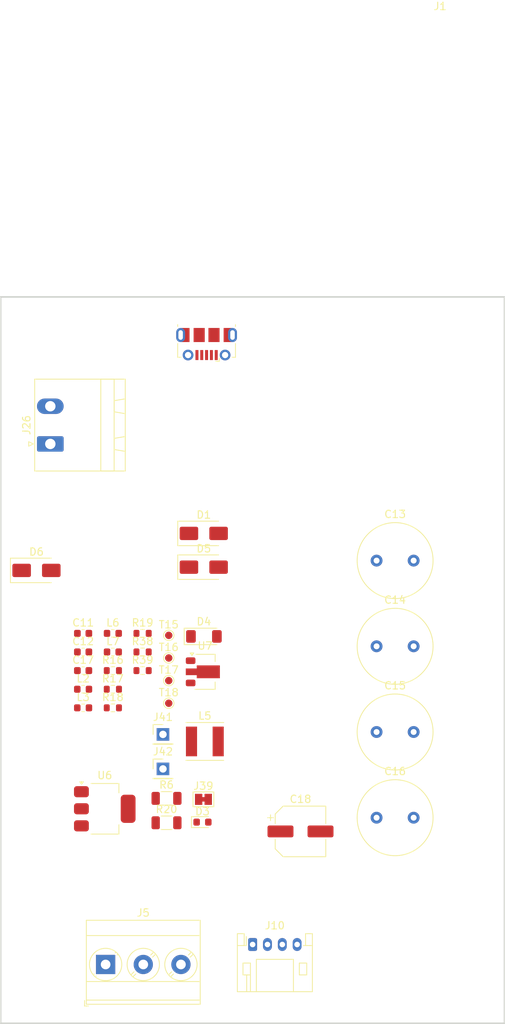
<source format=kicad_pcb>
(kicad_pcb (version 20240108) (generator "pcbnew") (generator_version "8.0")
  (title_block (title "PCB Weather station") (date "2024-11-10") (rev "1.0") (company "CREPP") (comment 1 "By NLG"))
  (layers (0 "F.Cu" signal) (31 "B.Cu" signal) (34 "B.Paste" user) (35 "F.Paste" user) (36 "B.SilkS" user "B.Silkscreen") (37 "F.SilkS" user "F.Silkscreen") (38 "B.Mask" user) (39 "F.Mask" user) (44 "Edge.Cuts" user))
  (net 0 "")
  (net 7 "Net-(D1-K)")
  (net 8 "/Power/GND")
  (net 16 "Net-(D4-K)")
  (net 17 "Net-(D5-K)")
  (net 18 "/Power/+3.3V")
  (net 19 "/Power/+5V_USB")
  (net 20 "Net-(D3-A)")
  (net 21 "Net-(D5-A)")
  (net 22 "Net-(D6-A)")
  (net 23 "/Power/Vcap")
  (net 24 "/Power/+3.3V_RF")
  (net 25 "/Power/GND_RF")
  (net 26 "/Power/GND_GNSS")
  (net 27 "/Power/+3.3V_Sensors")
  (net 28 "/Power/+3.3V_MCU")
  (net 29 "Net-(U6-ADJ)")
  (net 30 "Net-(R18-Pad1)")
  (net 31 "/Power/V_{panel}")
  (footprint "Capacitor_THT:C_Radial_D10.0mm_H20.0mm_P5.00mm" (layer "F.Cu") (at 178.4096 74.3388)
    (property "Reference" "C14" (at 2.5 -6.25 0) (layer "F.SilkS"))
    (property "Value" "5F")
    (fp_circle (center 2.5 0) (end 7.62 0) (stroke (width 0.12)) (fill none) (layer "F.SilkS"))
    (pad "1" thru_hole circle (at 0 0) (size 1.6 1.6) (drill 0.8) (layers "*.Cu" "*.Mask") (net 17 "Net-(D5-K)"))
    (pad "2" thru_hole circle (at 5 0) (size 1.6 1.6) (drill 0.8) (layers "*.Cu" "*.Mask") (net 8 "/Power/GND"))
  )
  (footprint "TestPoint:TestPoint_Pad_D1.0mm" (layer "F.Cu") (at 150.374 72.8632)
    (property "Reference" "T15" (at 0 -1.448 0) (layer "F.SilkS"))
    (property "Value" "TP")
    (fp_circle (center 0 0) (end 0 0.7) (stroke (width 0.12)) (fill none) (layer "F.SilkS"))
    (pad "1" smd circle (at 0 0) (size 1 1) (layers "F.Cu" "F.Mask") (net 7 "Net-(D1-K)"))
  )
  (footprint "Diode_SMD:D_MiniMELF" (layer "F.Cu") (at 155.119 73.0082)
    (property "Reference" "D4" (at 0 -2 0) (layer "F.SilkS"))
    (property "Value" "D_Zener")
    (fp_line (start -2.66 -1.11) (end -2.66 1.11) (stroke (width 0.12)) (layer "F.SilkS"))
    (fp_line (start -2.66 1.11) (end 1.75 1.11) (stroke (width 0.12)) (layer "F.SilkS"))
    (fp_line (start 1.75 -1.11) (end -2.66 -1.11) (stroke (width 0.12)) (layer "F.SilkS"))
    (pad "1" smd roundrect (at -1.75 0) (size 1.3 1.7) (layers "F.Cu" "F.Paste" "F.Mask") (roundrect_rratio 0.1923076923) (net 16 "Net-(D4-K)"))
    (pad "2" smd roundrect (at 1.75 0) (size 1.3 1.7) (layers "F.Cu" "F.Paste" "F.Mask") (roundrect_rratio 0.1923076923) (net 8 "/Power/GND"))
  )
  (footprint "Capacitor_SMD:C_0603_1608Metric" (layer "F.Cu") (at 138.824 72.5932)
    (property "Reference" "C11" (at 0 -1.43 0) (layer "F.SilkS"))
    (property "Value" "2.2uF")
    (fp_line (start -0.14058 -0.51) (end 0.14058 -0.51) (stroke (width 0.12)) (layer "F.SilkS"))
    (fp_line (start -0.14058 0.51) (end 0.14058 0.51) (stroke (width 0.12)) (layer "F.SilkS"))
    (pad "1" smd roundrect (at -0.775 0) (size 0.9 0.95) (layers "F.Cu" "F.Paste" "F.Mask") (net 8 "/Power/GND"))
    (pad "2" smd roundrect (at 0.775 0) (size 0.9 0.95) (layers "F.Cu" "F.Paste" "F.Mask") (net 7 "Net-(D1-K)"))
  )
  (footprint "Resistor_SMD:R_1206_3216Metric" (layer "F.Cu") (at 150.074 98.1232)
    (property "Reference" "R20" (at 0 -1.82 0) (layer "F.SilkS"))
    (property "Value" "100")
    (fp_line (start -0.727064 -0.91) (end 0.727064 -0.91) (stroke (width 0.12)) (layer "F.SilkS"))
    (fp_line (start -0.727064 0.91) (end 0.727064 0.91) (stroke (width 0.12)) (layer "F.SilkS"))
    (pad "1" smd roundrect (at -1.4625 0) (size 1.125 1.75) (layers "F.Cu" "F.Paste" "F.Mask") (roundrect_rratio 0.222222) (net 16 "Net-(D4-K)"))
    (pad "2" smd roundrect (at 1.4625 0) (size 1.125 1.75) (layers "F.Cu" "F.Paste" "F.Mask") (roundrect_rratio 0.222222) (net 21 "Net-(D5-A)"))
  )
  (footprint "Capacitor_THT:C_Radial_D10.0mm_H20.0mm_P5.00mm" (layer "F.Cu") (at 178.4096 97.4388)
    (property "Reference" "C16" (at 2.5 -6.25 0) (layer "F.SilkS"))
    (property "Value" "5F")
    (fp_circle (center 2.5 0) (end 7.62 0) (stroke (width 0.12)) (fill none) (layer "F.SilkS"))
    (pad "1" thru_hole circle (at 0 0) (size 1.6 1.6) (drill 0.8) (layers "*.Cu" "*.Mask") (net 17 "Net-(D5-K)"))
    (pad "2" thru_hole circle (at 5 0) (size 1.6 1.6) (drill 0.8) (layers "*.Cu" "*.Mask") (net 8 "/Power/GND"))
  )
  (footprint "Package_TO_SOT_SMD:SOT-223-3_TabPin2" (layer "F.Cu") (at 141.744 96.2382)
    (property "Reference" "U6" (at 0 -4.5 0) (layer "F.SilkS"))
    (property "Value" "LM317_SOT-223")
    (fp_line (start -1.85 -3.41) (end 1.91 -3.41) (stroke (width 0.12)) (layer "F.SilkS"))
    (fp_line (start -1.85 3.41) (end 1.91 3.41) (stroke (width 0.12)) (layer "F.SilkS"))
    (fp_line (start 1.91 -3.41) (end 1.91 -2.15) (stroke (width 0.12)) (layer "F.SilkS"))
    (fp_line (start 1.91 3.41) (end 1.91 2.15) (stroke (width 0.12)) (layer "F.SilkS"))
    (fp_poly (pts (xy -3.13 -3.31) (xy -3.37 -3.64) (xy -2.89 -3.64) (xy -3.13 -3.31)) (stroke (width 0.12)) (fill solid) (layer "F.SilkS"))
    (pad "1" smd roundrect (at -3.15 -2.3) (size 2 1.5) (layers "F.Cu" "F.Paste" "F.Mask") (net 29 "Net-(U6-ADJ)"))
    (pad "2" smd roundrect (at -3.15 0) (size 2 1.5) (layers "F.Cu" "F.Paste" "F.Mask") (net 16 "Net-(D4-K)"))
    (pad "2" smd roundrect (at 3.15 0) (size 2 3.8) (layers "F.Cu" "F.Paste" "F.Mask") (net 16 "Net-(D4-K)"))
    (pad "3" smd roundrect (at -3.15 2.3) (size 2 1.5) (layers "F.Cu" "F.Paste" "F.Mask") (net 7 "Net-(D1-K)"))
  )
  (footprint "Capacitor_SMD:C_0603_1608Metric" (layer "F.Cu") (at 138.824 77.6132)
    (property "Reference" "C17" (at 0 -1.43 0) (layer "F.SilkS"))
    (property "Value" "47uF")
    (fp_line (start -0.14058 -0.51) (end 0.14058 -0.51) (stroke (width 0.12)) (layer "F.SilkS"))
    (fp_line (start -0.14058 0.51) (end 0.14058 0.51) (stroke (width 0.12)) (layer "F.SilkS"))
    (pad "1" smd roundrect (at -0.775 0) (size 0.9 0.95) (layers "F.Cu" "F.Paste" "F.Mask") (net 8 "/Power/GND"))
    (pad "2" smd roundrect (at 0.775 0) (size 0.9 0.95) (layers "F.Cu" "F.Paste" "F.Mask") (net 17 "Net-(D5-K)"))
  )
  (footprint "Inductor_SMD:L_0603_1608Metric" (layer "F.Cu") (at 142.834 72.5932)
    (property "Reference" "L6" (at 0 -1.43 0) (layer "F.SilkS"))
    (property "Value" "MPZ1608S101ATAH0")
    (fp_line (start -0.162779 -0.51) (end 0.162779 -0.51) (stroke (width 0.12)) (layer "F.SilkS"))
    (fp_line (start -0.162779 0.51) (end 0.162779 0.51) (stroke (width 0.12)) (layer "F.SilkS"))
    (pad "1" smd roundrect (at -0.7875 0) (size 0.875 0.95) (layers "F.Cu" "F.Paste" "F.Mask") (net 24 "/Power/+3.3V_RF"))
    (pad "2" smd roundrect (at 0.7875 0) (size 0.875 0.95) (layers "F.Cu" "F.Paste" "F.Mask") (net 27 "/Power/+3.3V_Sensors"))
  )
  (footprint "Resistor_SMD:R_0603_1608Metric" (layer "F.Cu") (at 142.834 80.1232)
    (property "Reference" "R17" (at 0 -1.43 0) (layer "F.SilkS"))
    (property "Value" "270")
    (fp_line (start -0.237258 -0.5225) (end 0.237258 -0.5225) (stroke (width 0.12)) (layer "F.SilkS"))
    (fp_line (start -0.237258 0.5225) (end 0.237258 0.5225) (stroke (width 0.12)) (layer "F.SilkS"))
    (pad "1" smd roundrect (at -0.825 0) (size 0.8 0.95) (layers "F.Cu" "F.Paste" "F.Mask") (net 29 "Net-(U6-ADJ)"))
    (pad "2" smd roundrect (at 0.825 0) (size 0.8 0.95) (layers "F.Cu" "F.Paste" "F.Mask") (net 16 "Net-(D4-K)"))
  )
  (footprint "Resistor_SMD:R_0603_1608Metric" (layer "F.Cu") (at 142.834 82.6332)
    (property "Reference" "R18" (at 0 -1.43 0) (layer "F.SilkS"))
    (property "Value" "0")
    (fp_line (start -0.237258 -0.5225) (end 0.237258 -0.5225) (stroke (width 0.12)) (layer "F.SilkS"))
    (fp_line (start -0.237258 0.5225) (end 0.237258 0.5225) (stroke (width 0.12)) (layer "F.SilkS"))
    (pad "1" smd roundrect (at -0.825 0) (size 0.8 0.95) (layers "F.Cu" "F.Paste" "F.Mask") (net 30 "Net-(R18-Pad1)"))
    (pad "2" smd roundrect (at 0.825 0) (size 0.8 0.95) (layers "F.Cu" "F.Paste" "F.Mask") (net 16 "Net-(D4-K)"))
  )
  (footprint "MountingHole:MountingHole_3.2mm_M3" (layer "F.Cu") (at 131.5466 30.607)
    (property "Reference" "H2" (hide yes))
    (property "Value" "MountingHole_Pad" (hide yes))
    (pad "" np_thru_hole circle (at 0 0) (size 3.2 3.2) (drill 3.2) (layers "*.Cu" "*.Mask"))
  )
  (footprint "Resistor_SMD:R_0603_1608Metric" (layer "F.Cu") (at 146.844 72.5932)
    (property "Reference" "R19" (at 0 -1.43 0) (layer "F.SilkS"))
    (property "Value" "330")
    (fp_line (start -0.237258 -0.5225) (end 0.237258 -0.5225) (stroke (width 0.12)) (layer "F.SilkS"))
    (fp_line (start -0.237258 0.5225) (end 0.237258 0.5225) (stroke (width 0.12)) (layer "F.SilkS"))
    (pad "1" smd roundrect (at -0.825 0) (size 0.8 0.95) (layers "F.Cu" "F.Paste" "F.Mask") (net 20 "Net-(D3-A)"))
    (pad "2" smd roundrect (at 0.825 0) (size 0.8 0.95) (layers "F.Cu" "F.Paste" "F.Mask") (net 30 "Net-(R18-Pad1)"))
  )
  (footprint "Inductor_SMD:L_0603_1608Metric" (layer "F.Cu") (at 138.824 82.6332)
    (property "Reference" "L3" (at 0 -1.43 0) (layer "F.SilkS"))
    (property "Value" "MPZ1608S101ATAH0")
    (fp_line (start -0.162779 -0.51) (end 0.162779 -0.51) (stroke (width 0.12)) (layer "F.SilkS"))
    (fp_line (start -0.162779 0.51) (end 0.162779 0.51) (stroke (width 0.12)) (layer "F.SilkS"))
    (pad "1" smd roundrect (at -0.7875 0) (size 0.875 0.95) (layers "F.Cu" "F.Paste" "F.Mask") (net 8 "/Power/GND"))
    (pad "2" smd roundrect (at 0.7875 0) (size 0.875 0.95) (layers "F.Cu" "F.Paste" "F.Mask") (net 26 "/Power/GND_GNSS"))
  )
  (footprint "Resistor_SMD:R_0603_1608Metric" (layer "F.Cu") (at 146.844 77.6132)
    (property "Reference" "R39" (at 0 -1.43 0) (layer "F.SilkS"))
    (property "Value" "100k")
    (fp_line (start -0.237258 -0.5225) (end 0.237258 -0.5225) (stroke (width 0.12)) (layer "F.SilkS"))
    (fp_line (start -0.237258 0.5225) (end 0.237258 0.5225) (stroke (width 0.12)) (layer "F.SilkS"))
    (pad "1" smd roundrect (at -0.825 0) (size 0.8 0.95) (layers "F.Cu" "F.Paste" "F.Mask") (net 31 "/Power/V_{panel}"))
    (pad "2" smd roundrect (at 0.825 0) (size 0.8 0.95) (layers "F.Cu" "F.Paste" "F.Mask") (net 8 "/Power/GND"))
  )
  (footprint "Connector_Phoenix_MSTB:PhoenixContact_MSTBA_2,5_2-G-5,08_1x02_P5.08mm_Horizontal" (layer "F.Cu") (at 134.3985 47.0662 90)
    (property "Reference" "J26" (at 2.54 -3.2 270) (layer "F.SilkS"))
    (property "Value" "Panel")
    (fp_line (start 0.3 -2.91) (end 0 -2.31) (stroke (width 0.12)) (layer "F.SilkS"))
    (fp_line (start -0.3 -2.91) (end 0.3 -2.91) (stroke (width 0.12)) (layer "F.SilkS"))
    (fp_line (start 0 -2.31) (end -0.3 -2.91) (stroke (width 0.12)) (layer "F.SilkS"))
    (fp_line (start 8.73 -2.11) (end -3.65 -2.11) (stroke (width 0.12)) (layer "F.SilkS"))
    (fp_line (start -3.65 -2.11) (end -3.65 10.11) (stroke (width 0.12)) (layer "F.SilkS"))
    (fp_line (start 8.73 6.81) (end 8.73 8.61) (stroke (width 0.12)) (layer "F.SilkS"))
    (fp_line (start -3.65 6.81) (end 8.73 6.81) (stroke (width 0.12)) (layer "F.SilkS"))
    (fp_line (start 8.73 8.61) (end -3.65 8.61) (stroke (width 0.12)) (layer "F.SilkS"))
    (fp_line (start 5.83 8.61) (end 4.33 8.61) (stroke (width 0.12)) (layer "F.SilkS"))
    (fp_line (start 4.33 8.61) (end 4.08 10.11) (stroke (width 0.12)) (layer "F.SilkS"))
    (fp_line (start 0.75 8.61) (end -0.75 8.61) (stroke (width 0.12)) (layer "F.SilkS"))
    (fp_line (start -0.75 8.61) (end -1 10.11) (stroke (width 0.12)) (layer "F.SilkS"))
    (fp_line (start -3.65 8.61) (end -3.65 6.81) (stroke (width 0.12)) (layer "F.SilkS"))
    (fp_line (start 8.73 10.11) (end 8.73 -2.11) (stroke (width 0.12)) (layer "F.SilkS"))
    (fp_line (start 6.08 10.11) (end 5.83 8.61) (stroke (width 0.12)) (layer "F.SilkS"))
    (fp_line (start 4.08 10.11) (end 6.08 10.11) (stroke (width 0.12)) (layer "F.SilkS"))
    (fp_line (start 1 10.11) (end 0.75 8.61) (stroke (width 0.12)) (layer "F.SilkS"))
    (fp_line (start -1 10.11) (end 1 10.11) (stroke (width 0.12)) (layer "F.SilkS"))
    (fp_line (start -3.65 10.11) (end 8.73 10.11) (stroke (width 0.12)) (layer "F.SilkS"))
    (pad "1" thru_hole roundrect (at 0 0 90) (size 2.08 3.6) (drill 1.4) (layers "*.Cu" "*.Mask") (roundrect_rratio 0.120192) (net 7 "Net-(D1-K)"))
    (pad "2" thru_hole oval (at 5.08 0 90) (size 2.08 3.6) (drill 1.4) (layers "*.Cu" "*.Mask") (net 8 "/Power/GND"))
  )
  (footprint "TestPoint:TestPoint_Pad_D1.0mm" (layer "F.Cu") (at 150.374 82.0132)
    (property "Reference" "T18" (at 0 -1.448 0) (layer "F.SilkS"))
    (property "Value" "TP")
    (fp_circle (center 0 0) (end 0 0.7) (stroke (width 0.12)) (fill none) (layer "F.SilkS"))
    (pad "1" smd circle (at 0 0) (size 1 1) (layers "F.Cu" "F.Mask") (net 24 "/Power/+3.3V_RF"))
  )
  (footprint "Package_TO_SOT_SMD:SOT-89-3" (layer "F.Cu") (at 155.274 77.7782)
    (property "Reference" "U7" (at 0 -3.5 0) (layer "F.SilkS"))
    (property "Value" "BL8530")
    (fp_line (start -1.22 -2.36) (end 1.36 -2.36) (stroke (width 0.12)) (layer "F.SilkS"))
    (fp_line (start 1.36 -1.38) (end 1.36 -2.36) (stroke (width 0.12)) (layer "F.SilkS"))
    (fp_line (start 1.36 1.38) (end 1.36 2.36) (stroke (width 0.12)) (layer "F.SilkS"))
    (fp_line (start 1.36 2.36) (end -1.36 2.36) (stroke (width 0.12)) (layer "F.SilkS"))
    (fp_poly (pts (xy -1.77 -2.21) (xy -2.01 -2.54) (xy -1.53 -2.54) (xy -1.77 -2.21)) (stroke (width 0.12)) (fill solid) (layer "F.SilkS"))
    (pad "1" smd roundrect (at -1.95 -1.5) (size 1.3 0.9) (layers "F.Cu" "F.Paste" "F.Mask") (net 8 "/Power/GND"))
    (pad "2" smd custom (at -1.8625 0) (size 1.475 0.9) (layers "F.Cu" "F.Paste" "F.Mask") (net 18 "/Power/+3.3V") (options (clearance outline) (anchor rect)) (primitives (gr_poly (pts (xy 3.8625 0.8665) (xy 0.7375 0.8665) (xy 0.7375 -0.8665) (xy 3.8625 -0.8665)) (width 0) (fill yes))))
    (pad "3" smd roundrect (at -1.95 1.5) (size 1.3 0.9) (layers "F.Cu" "F.Paste" "F.Mask") (net 22 "Net-(D6-A)"))
  )
  (footprint "Jumper:SolderJumper-2_P1.3mm_Bridged_Pad1.0x1.5mm" (layer "F.Cu") (at 155.054 94.9632)
    (property "Reference" "J39" (at 0 -1.8 0) (layer "F.SilkS"))
    (property "Value" "SolderJumper_2_Bridged")
    (fp_poly (pts (xy -0.25 -0.3) (xy 0.25 -0.3) (xy 0.25 0.3) (xy -0.25 0.3)) (fill solid) (layer "F.Cu"))
    (fp_line (start -1.4 -1) (end 1.4 -1) (stroke (width 0.12)) (layer "F.SilkS"))
    (fp_line (start -1.4 1) (end -1.4 -1) (stroke (width 0.12)) (layer "F.SilkS"))
    (fp_line (start 1.4 -1) (end 1.4 1) (stroke (width 0.12)) (layer "F.SilkS"))
    (fp_line (start 1.4 1) (end -1.4 1) (stroke (width 0.12)) (layer "F.SilkS"))
    (pad "1" smd rect (at -0.65 0) (size 1 1.5) (layers "F.Cu" "F.Mask") (net 17 "Net-(D5-K)"))
    (pad "2" smd rect (at 0.65 0) (size 1 1.5) (layers "F.Cu" "F.Mask") (net 23 "/Power/Vcap"))
  )
  (footprint "Capacitor_THT:C_Radial_D10.0mm_H20.0mm_P5.00mm" (layer "F.Cu") (at 178.4096 85.8888)
    (property "Reference" "C15" (at 2.5 -6.25 0) (layer "F.SilkS"))
    (property "Value" "5F")
    (fp_circle (center 2.5 0) (end 7.62 0) (stroke (width 0.12)) (fill none) (layer "F.SilkS"))
    (pad "1" thru_hole circle (at 0 0) (size 1.6 1.6) (drill 0.8) (layers "*.Cu" "*.Mask") (net 17 "Net-(D5-K)"))
    (pad "2" thru_hole circle (at 5 0) (size 1.6 1.6) (drill 0.8) (layers "*.Cu" "*.Mask") (net 8 "/Power/GND"))
  )
  (footprint "MountingHole:MountingHole_3.2mm_M3" (layer "F.Cu") (at 189.6872 118.999)
    (property "Reference" "H4" (hide yes))
    (property "Value" "MountingHole_Pad" (hide yes))
    (pad "" np_thru_hole circle (at 0 0) (size 3.2 3.2) (drill 3.2) (layers "*.Cu" "*.Mask"))
  )
  (footprint "Inductor_SMD:L_0603_1608Metric" (layer "F.Cu") (at 138.824 80.1232)
    (property "Reference" "L2" (at 0 -1.43 0) (layer "F.SilkS"))
    (property "Value" "MPZ1608S101ATAH0")
    (fp_line (start -0.162779 -0.51) (end 0.162779 -0.51) (stroke (width 0.12)) (layer "F.SilkS"))
    (fp_line (start -0.162779 0.51) (end 0.162779 0.51) (stroke (width 0.12)) (layer "F.SilkS"))
    (pad "1" smd roundrect (at -0.7875 0) (size 0.875 0.95) (layers "F.Cu" "F.Paste" "F.Mask") (net 8 "/Power/GND"))
    (pad "2" smd roundrect (at 0.7875 0) (size 0.875 0.95) (layers "F.Cu" "F.Paste" "F.Mask") (net 25 "/Power/GND_RF"))
  )
  (footprint "Capacitor_SMD:CP_Elec_6.3x7.7" (layer "F.Cu") (at 168.148 99.2886)
    (property "Reference" "C18" (at 0 -4.35 0) (layer "F.SilkS"))
    (property "Value" "100uF")
    (fp_line (start -4.4375 -1.8475) (end -3.65 -1.8475) (stroke (width 0.12)) (layer "F.SilkS"))
    (fp_line (start -4.04375 -2.24125) (end -4.04375 -1.45375) (stroke (width 0.12)) (layer "F.SilkS"))
    (fp_line (start -3.41 -2.345563) (end -3.41 -1.06) (stroke (width 0.12)) (layer "F.SilkS"))
    (fp_line (start -3.41 -2.345563) (end -2.345563 -3.41) (stroke (width 0.12)) (layer "F.SilkS"))
    (fp_line (start -3.41 2.345563) (end -3.41 1.06) (stroke (width 0.12)) (layer "F.SilkS"))
    (fp_line (start -3.41 2.345563) (end -2.345563 3.41) (stroke (width 0.12)) (layer "F.SilkS"))
    (fp_line (start -2.345563 -3.41) (end 3.41 -3.41) (stroke (width 0.12)) (layer "F.SilkS"))
    (fp_line (start -2.345563 3.41) (end 3.41 3.41) (stroke (width 0.12)) (layer "F.SilkS"))
    (fp_line (start 3.41 -3.41) (end 3.41 -1.06) (stroke (width 0.12)) (layer "F.SilkS"))
    (fp_line (start 3.41 3.41) (end 3.41 1.06) (stroke (width 0.12)) (layer "F.SilkS"))
    (pad "1" smd roundrect (at -2.7 0) (size 3.5 1.6) (layers "F.Cu" "F.Paste" "F.Mask") (roundrect_rratio 0.15625) (net 18 "/Power/+3.3V"))
    (pad "2" smd roundrect (at 2.7 0) (size 3.5 1.6) (layers "F.Cu" "F.Paste" "F.Mask") (roundrect_rratio 0.15625) (net 8 "/Power/GND"))
  )
  (footprint "Connector_PinHeader_2.54mm:PinHeader_1x01_P2.54mm_Vertical" (layer "F.Cu") (at 149.594 90.8632)
    (property "Reference" "J42" (at 0 -2.33 0) (layer "F.SilkS"))
    (property "Value" "Conn_01x01_Pin")
    (fp_line (start -1.33 -1.33) (end 0 -1.33) (stroke (width 0.12)) (layer "F.SilkS"))
    (fp_line (start -1.33 0) (end -1.33 -1.33) (stroke (width 0.12)) (layer "F.SilkS"))
    (fp_line (start -1.33 1.27) (end -1.33 1.33) (stroke (width 0.12)) (layer "F.SilkS"))
    (fp_line (start -1.33 1.27) (end 1.33 1.27) (stroke (width 0.12)) (layer "F.SilkS"))
    (fp_line (start -1.33 1.33) (end 1.33 1.33) (stroke (width 0.12)) (layer "F.SilkS"))
    (fp_line (start 1.33 1.27) (end 1.33 1.33) (stroke (width 0.12)) (layer "F.SilkS"))
    (pad "1" thru_hole rect (at 0 0) (size 1.7 1.7) (drill 1) (layers "*.Cu" "*.Mask") (net 24 "/Power/+3.3V_RF"))
  )
  (footprint "Diode_SMD:D_SMA" (layer "F.Cu") (at 155.099 63.6732)
    (property "Reference" "D5" (at 0 -2.5 0) (layer "F.SilkS"))
    (property "Value" "SS24")
    (fp_line (start -3.51 -1.65) (end -3.51 1.65) (stroke (width 0.12)) (layer "F.SilkS"))
    (fp_line (start -3.51 -1.65) (end 2 -1.65) (stroke (width 0.12)) (layer "F.SilkS"))
    (fp_line (start -3.51 1.65) (end 2 1.65) (stroke (width 0.12)) (layer "F.SilkS"))
    (pad "1" smd roundrect (at -2 0) (size 2.5 1.8) (layers "F.Cu" "F.Paste" "F.Mask") (roundrect_rratio 0.1388888889) (net 17 "Net-(D5-K)"))
    (pad "2" smd roundrect (at 2 0) (size 2.5 1.8) (layers "F.Cu" "F.Paste" "F.Mask") (roundrect_rratio 0.1388888889) (net 21 "Net-(D5-A)"))
  )
  (footprint "Inductor_SMD:L_Taiyo-Yuden_NR-50xx" (layer "F.Cu") (at 155.244 87.1632)
    (property "Reference" "L5" (at 0 -3.45 0) (layer "F.SilkS"))
    (property "Value" "33uH")
    (fp_line (start -2.55 -2.55) (end 2.55 -2.55) (stroke (width 0.12)) (layer "F.SilkS"))
    (fp_line (start -2.55 2.55) (end 2.55 2.55) (stroke (width 0.12)) (layer "F.SilkS"))
    (pad "1" smd rect (at -1.8 0) (size 1.5 4) (layers "F.Cu" "F.Paste" "F.Mask") (net 17 "Net-(D5-K)"))
    (pad "2" smd rect (at 1.8 0) (size 1.5 4) (layers "F.Cu" "F.Paste" "F.Mask") (net 22 "Net-(D6-A)"))
  )
  (footprint "Diode_SMD:D_SMA" (layer "F.Cu") (at 132.5306 64.1096)
    (property "Reference" "D6" (at 0 -2.5 0) (layer "F.SilkS"))
    (property "Value" "SS24")
    (fp_line (start -3.51 -1.65) (end -3.51 1.65) (stroke (width 0.12)) (layer "F.SilkS"))
    (fp_line (start -3.51 -1.65) (end 2 -1.65) (stroke (width 0.12)) (layer "F.SilkS"))
    (fp_line (start -3.51 1.65) (end 2 1.65) (stroke (width 0.12)) (layer "F.SilkS"))
    (pad "1" smd roundrect (at -2 0) (size 2.5 1.8) (layers "F.Cu" "F.Paste" "F.Mask") (roundrect_rratio 0.1388888889) (net 18 "/Power/+3.3V"))
    (pad "2" smd roundrect (at 2 0) (size 2.5 1.8) (layers "F.Cu" "F.Paste" "F.Mask") (roundrect_rratio 0.1388888889) (net 22 "Net-(D6-A)"))
  )
  (footprint "Resistor_SMD:R_0603_1608Metric" (layer "F.Cu") (at 142.834 77.6132)
    (property "Reference" "R16" (at 0 -1.43 0) (layer "F.SilkS"))
    (property "Value" "390")
    (fp_line (start -0.237258 -0.5225) (end 0.237258 -0.5225) (stroke (width 0.12)) (layer "F.SilkS"))
    (fp_line (start -0.237258 0.5225) (end 0.237258 0.5225) (stroke (width 0.12)) (layer "F.SilkS"))
    (pad "1" smd roundrect (at -0.825 0) (size 0.8 0.95) (layers "F.Cu" "F.Paste" "F.Mask") (net 8 "/Power/GND"))
    (pad "2" smd roundrect (at 0.825 0) (size 0.8 0.95) (layers "F.Cu" "F.Paste" "F.Mask") (net 29 "Net-(U6-ADJ)"))
  )
  (footprint "Connector_JST:JST_PH_S4B-PH-K_1x04_P2.00mm_Horizontal" (layer "F.Cu") (at 161.6908 114.5286)
    (property "Reference" "J10" (at 3 -2.55 0) (layer "F.SilkS"))
    (property "Value" "Conn_01x04_Pin")
    (fp_line (start -2.06 -1.46) (end -2.06 6.36) (stroke (width 0.12)) (layer "F.SilkS"))
    (fp_line (start -2.06 0.14) (end -1.14 0.14) (stroke (width 0.12)) (layer "F.SilkS"))
    (fp_line (start -2.06 6.36) (end 8.06 6.36) (stroke (width 0.12)) (layer "F.SilkS"))
    (fp_line (start -1.3 2.5) (end -1.3 4.1) (stroke (width 0.12)) (layer "F.SilkS"))
    (fp_line (start -1.3 4.1) (end -0.3 4.1) (stroke (width 0.12)) (layer "F.SilkS"))
    (fp_line (start -1.14 -1.46) (end -2.06 -1.46) (stroke (width 0.12)) (layer "F.SilkS"))
    (fp_line (start -1.14 0.14) (end -1.14 -1.46) (stroke (width 0.12)) (layer "F.SilkS"))
    (fp_line (start -0.86 0.14) (end -1.14 0.14) (stroke (width 0.12)) (layer "F.SilkS"))
    (fp_line (start -0.86 0.14) (end -0.86 -1.075) (stroke (width 0.12)) (layer "F.SilkS"))
    (fp_line (start -0.8 4.1) (end -0.8 6.36) (stroke (width 0.12)) (layer "F.SilkS"))
    (fp_line (start -0.3 2.5) (end -1.3 2.5) (stroke (width 0.12)) (layer "F.SilkS"))
    (fp_line (start -0.3 4.1) (end -0.3 2.5) (stroke (width 0.12)) (layer "F.SilkS"))
    (fp_line (start -0.3 4.1) (end -0.3 6.36) (stroke (width 0.12)) (layer "F.SilkS"))
    (fp_line (start 0.5 2) (end 5.5 2) (stroke (width 0.12)) (layer "F.SilkS"))
    (fp_line (start 0.5 6.36) (end 0.5 2) (stroke (width 0.12)) (layer "F.SilkS"))
    (fp_line (start 5.5 2) (end 5.5 6.36) (stroke (width 0.12)) (layer "F.SilkS"))
    (fp_line (start 6.3 2.5) (end 7.3 2.5) (stroke (width 0.12)) (layer "F.SilkS"))
    (fp_line (start 6.3 4.1) (end 6.3 2.5) (stroke (width 0.12)) (layer "F.SilkS"))
    (fp_line (start 7.14 -1.46) (end 7.14 0.14) (stroke (width 0.12)) (layer "F.SilkS"))
    (fp_line (start 7.14 0.14) (end 6.86 0.14) (stroke (width 0.12)) (layer "F.SilkS"))
    (fp_line (start 7.3 2.5) (end 7.3 4.1) (stroke (width 0.12)) (layer "F.SilkS"))
    (fp_line (start 7.3 4.1) (end 6.3 4.1) (stroke (width 0.12)) (layer "F.SilkS"))
    (fp_line (start 8.06 -1.46) (end 7.14 -1.46) (stroke (width 0.12)) (layer "F.SilkS"))
    (fp_line (start 8.06 0.14) (end 7.14 0.14) (stroke (width 0.12)) (layer "F.SilkS"))
    (fp_line (start 8.06 6.36) (end 8.06 -1.46) (stroke (width 0.12)) (layer "F.SilkS"))
    (pad "1" thru_hole roundrect (at 0 0) (size 1.2 1.75) (drill 0.75) (layers "*.Cu" "*.Mask") (roundrect_rratio 0.208333))
    (pad "2" thru_hole oval (at 2 0) (size 1.2 1.75) (drill 0.75) (layers "*.Cu" "*.Mask"))
    (pad "3" thru_hole oval (at 4 0) (size 1.2 1.75) (drill 0.75) (layers "*.Cu" "*.Mask"))
    (pad "4" thru_hole oval (at 6 0) (size 1.2 1.75) (drill 0.75) (layers "*.Cu" "*.Mask"))
  )
  (footprint "Capacitor_SMD:C_0603_1608Metric" (layer "F.Cu") (at 138.824 75.1032)
    (property "Reference" "C12" (at 0 -1.43 0) (layer "F.SilkS"))
    (property "Value" "2.2uF")
    (fp_line (start -0.14058 -0.51) (end 0.14058 -0.51) (stroke (width 0.12)) (layer "F.SilkS"))
    (fp_line (start -0.14058 0.51) (end 0.14058 0.51) (stroke (width 0.12)) (layer "F.SilkS"))
    (pad "1" smd roundrect (at -0.775 0) (size 0.9 0.95) (layers "F.Cu" "F.Paste" "F.Mask") (net 8 "/Power/GND"))
    (pad "2" smd roundrect (at 0.775 0) (size 0.9 0.95) (layers "F.Cu" "F.Paste" "F.Mask") (net 16 "Net-(D4-K)"))
  )
  (footprint "TerminalBlock_Phoenix:TerminalBlock_Phoenix_MKDS-3-3-5.08_1x03_P5.08mm_Horizontal" (layer "F.Cu") (at 141.859 117.221)
    (property "Reference" "J5" (at 5.08 -6.96 0) (layer "F.SilkS"))
    (property "Value" "Screw_Terminal_01x03_2.54mm [CREPP]")
    (fp_line (start -2.84 4.86) (end -2.84 5.6) (stroke (width 0.12)) (layer "F.SilkS"))
    (fp_line (start -2.84 5.6) (end -2.34 5.6) (stroke (width 0.12)) (layer "F.SilkS"))
    (fp_line (start -2.6 -5.96) (end -2.6 5.36) (stroke (width 0.12)) (layer "F.SilkS"))
    (fp_line (start -2.6 -5.96) (end 12.76 -5.96) (stroke (width 0.12)) (layer "F.SilkS"))
    (fp_line (start -2.6 -3.9) (end 12.76 -3.9) (stroke (width 0.12)) (layer "F.SilkS"))
    (fp_line (start -2.6 2.3) (end 12.76 2.3) (stroke (width 0.12)) (layer "F.SilkS"))
    (fp_line (start -2.6 4.8) (end 12.76 4.8) (stroke (width 0.12)) (layer "F.SilkS"))
    (fp_line (start -2.6 5.36) (end 12.76 5.36) (stroke (width 0.12)) (layer "F.SilkS"))
    (fp_line (start -1.548 1.281) (end -1.654 1.388) (stroke (width 0.12)) (layer "F.SilkS"))
    (fp_line (start -1.282 1.547) (end -1.388 1.654) (stroke (width 0.12)) (layer "F.SilkS"))
    (fp_line (start 1.388 -1.654) (end 1.281 -1.547) (stroke (width 0.12)) (layer "F.SilkS"))
    (fp_line (start 1.654 -1.388) (end 1.547 -1.281) (stroke (width 0.12)) (layer "F.SilkS"))
    (fp_line (start 3.822 0.992) (end 3.427 1.388) (stroke (width 0.12)) (layer "F.SilkS"))
    (fp_line (start 4.073 1.274) (end 3.693 1.654) (stroke (width 0.12)) (layer "F.SilkS"))
    (fp_line (start 6.468 -1.654) (end 6.088 -1.274) (stroke (width 0.12)) (layer "F.SilkS"))
    (fp_line (start 6.734 -1.388) (end 6.339 -0.992) (stroke (width 0.12)) (layer "F.SilkS"))
    (fp_line (start 8.902 0.992) (end 8.507 1.388) (stroke (width 0.12)) (layer "F.SilkS"))
    (fp_line (start 9.153 1.274) (end 8.773 1.654) (stroke (width 0.12)) (layer "F.SilkS"))
    (fp_line (start 11.548 -1.654) (end 11.168 -1.274) (stroke (width 0.12)) (layer "F.SilkS"))
    (fp_line (start 11.814 -1.388) (end 11.419 -0.992) (stroke (width 0.12)) (layer "F.SilkS"))
    (fp_line (start 12.76 -5.96) (end 12.76 5.36) (stroke (width 0.12)) (layer "F.SilkS"))
    (fp_circle (center 0 0) (end 2.18 0) (stroke (width 0.12)) (fill none) (layer "F.SilkS"))
    (fp_circle (center 5.08 0) (end 7.26 0) (stroke (width 0.12)) (fill none) (layer "F.SilkS"))
    (fp_circle (center 10.16 0) (end 12.34 0) (stroke (width 0.12)) (fill none) (layer "F.SilkS"))
    (pad "1" thru_hole rect (at 0 0) (size 2.6 2.6) (drill 1.3) (layers "*.Cu" "*.Mask"))
    (pad "2" thru_hole circle (at 5.08 0) (size 2.6 2.6) (drill 1.3) (layers "*.Cu" "*.Mask"))
    (pad "3" thru_hole circle (at 10.16 0) (size 2.6 2.6) (drill 1.3) (layers "*.Cu" "*.Mask"))
  )
  (footprint "Connector_PinHeader_2.54mm:PinHeader_1x01_P2.54mm_Vertical" (layer "F.Cu") (at 149.594 86.2132)
    (property "Reference" "J41" (at 0 -2.33 0) (layer "F.SilkS"))
    (property "Value" "Conn_01x01_Pin")
    (fp_line (start -1.33 -1.33) (end 0 -1.33) (stroke (width 0.12)) (layer "F.SilkS"))
    (fp_line (start -1.33 0) (end -1.33 -1.33) (stroke (width 0.12)) (layer "F.SilkS"))
    (fp_line (start -1.33 1.27) (end -1.33 1.33) (stroke (width 0.12)) (layer "F.SilkS"))
    (fp_line (start -1.33 1.27) (end 1.33 1.27) (stroke (width 0.12)) (layer "F.SilkS"))
    (fp_line (start -1.33 1.33) (end 1.33 1.33) (stroke (width 0.12)) (layer "F.SilkS"))
    (fp_line (start 1.33 1.27) (end 1.33 1.33) (stroke (width 0.12)) (layer "F.SilkS"))
    (pad "1" thru_hole rect (at 0 0) (size 1.7 1.7) (drill 1) (layers "*.Cu" "*.Mask") (net 18 "/Power/+3.3V"))
  )
  (footprint "LED_SMD:LED_0603_1608Metric" (layer "F.Cu") (at 154.924 98.0332)
    (property "Reference" "D3" (at 0 -1.43 0) (layer "F.SilkS"))
    (property "Value" "SUN")
    (fp_line (start -1.485 -0.735) (end -1.485 0.735) (stroke (width 0.12)) (layer "F.SilkS"))
    (fp_line (start -1.485 0.735) (end 0.8 0.735) (stroke (width 0.12)) (layer "F.SilkS"))
    (fp_line (start 0.8 -0.735) (end -1.485 -0.735) (stroke (width 0.12)) (layer "F.SilkS"))
    (pad "1" smd roundrect (at -0.7875 0) (size 0.875 0.95) (layers "F.Cu" "F.Paste" "F.Mask") (net 8 "/Power/GND"))
    (pad "2" smd roundrect (at 0.7875 0) (size 0.875 0.95) (layers "F.Cu" "F.Paste" "F.Mask") (net 20 "Net-(D3-A)"))
  )
  (footprint "Inductor_SMD:L_0603_1608Metric" (layer "F.Cu") (at 142.834 75.1032)
    (property "Reference" "L7" (at 0 -1.43 0) (layer "F.SilkS"))
    (property "Value" "MPZ1608S101ATAH0")
    (fp_line (start -0.162779 -0.51) (end 0.162779 -0.51) (stroke (width 0.12)) (layer "F.SilkS"))
    (fp_line (start -0.162779 0.51) (end 0.162779 0.51) (stroke (width 0.12)) (layer "F.SilkS"))
    (pad "1" smd roundrect (at -0.7875 0) (size 0.875 0.95) (layers "F.Cu" "F.Paste" "F.Mask") (net 24 "/Power/+3.3V_RF"))
    (pad "2" smd roundrect (at 0.7875 0) (size 0.875 0.95) (layers "F.Cu" "F.Paste" "F.Mask") (net 28 "/Power/+3.3V_MCU"))
  )
  (footprint "TestPoint:TestPoint_Pad_D1.0mm" (layer "F.Cu") (at 150.374 78.9632)
    (property "Reference" "T17" (at 0 -1.448 0) (layer "F.SilkS"))
    (property "Value" "TP")
    (fp_circle (center 0 0) (end 0 0.7) (stroke (width 0.12)) (fill none) (layer "F.SilkS"))
    (pad "1" smd circle (at 0 0) (size 1 1) (layers "F.Cu" "F.Mask") (net 17 "Net-(D5-K)"))
  )
  (footprint "Resistor_SMD:R_1206_3216Metric" (layer "F.Cu") (at 150.074 94.8332)
    (property "Reference" "R6" (at 0 -1.82 0) (layer "F.SilkS"))
    (property "Value" "100")
    (fp_line (start -0.727064 -0.91) (end 0.727064 -0.91) (stroke (width 0.12)) (layer "F.SilkS"))
    (fp_line (start -0.727064 0.91) (end 0.727064 0.91) (stroke (width 0.12)) (layer "F.SilkS"))
    (pad "1" smd roundrect (at -1.4625 0) (size 1.125 1.75) (layers "F.Cu" "F.Paste" "F.Mask") (roundrect_rratio 0.222222) (net 18 "/Power/+3.3V"))
    (pad "2" smd roundrect (at 1.4625 0) (size 1.125 1.75) (layers "F.Cu" "F.Paste" "F.Mask") (roundrect_rratio 0.222222) (net 24 "/Power/+3.3V_RF"))
  )
  (footprint "MountingHole:MountingHole_3.2mm_M3" (layer "F.Cu") (at 131.6736 119.0498)
    (property "Reference" "H3" (hide yes))
    (property "Value" "MountingHole_Pad" (hide yes))
    (pad "" np_thru_hole circle (at 0 0) (size 3.2 3.2) (drill 3.2) (layers "*.Cu" "*.Mask"))
  )
  (footprint "MountingHole:MountingHole_3.2mm_M3" (layer "F.Cu") (at 191.1858 30.353)
    (property "Reference" "H1" (hide yes))
    (property "Value" "MountingHole_Pad" (hide yes))
    (pad "" np_thru_hole circle (at 0 0) (size 3.2 3.2) (drill 3.2) (layers "*.Cu" "*.Mask"))
  )
  (footprint "Diode_SMD:D_SMA" (layer "F.Cu") (at 155.099 59.1232)
    (property "Reference" "D1" (at 0 -2.5 0) (layer "F.SilkS"))
    (property "Value" "SS24")
    (fp_line (start -3.51 -1.65) (end -3.51 1.65) (stroke (width 0.12)) (layer "F.SilkS"))
    (fp_line (start -3.51 -1.65) (end 2 -1.65) (stroke (width 0.12)) (layer "F.SilkS"))
    (fp_line (start -3.51 1.65) (end 2 1.65) (stroke (width 0.12)) (layer "F.SilkS"))
    (pad "1" smd roundrect (at -2 0) (size 2.5 1.8) (layers "F.Cu" "F.Paste" "F.Mask") (roundrect_rratio 0.1388888889) (net 7 "Net-(D1-K)"))
    (pad "2" smd roundrect (at 2 0) (size 2.5 1.8) (layers "F.Cu" "F.Paste" "F.Mask") (roundrect_rratio 0.1388888889) (net 19 "/Power/+5V_USB"))
  )
  (footprint "Capacitor_THT:C_Radial_D10.0mm_H20.0mm_P5.00mm" (layer "F.Cu") (at 178.4096 62.7888)
    (property "Reference" "C13" (at 2.5 -6.25 0) (layer "F.SilkS"))
    (property "Value" "5F")
    (fp_circle (center 2.5 0) (end 7.62 0) (stroke (width 0.12)) (fill none) (layer "F.SilkS"))
    (pad "1" thru_hole circle (at 0 0) (size 1.6 1.6) (drill 0.8) (layers "*.Cu" "*.Mask") (net 17 "Net-(D5-K)"))
    (pad "2" thru_hole circle (at 5 0) (size 1.6 1.6) (drill 0.8) (layers "*.Cu" "*.Mask") (net 8 "/Power/GND"))
  )
  (footprint "Connector_USB:USB_Micro-B_Molex-105017-0001" (layer "F.Cu") (at 155.4786 33.6225 180)
    (property "Reference" "J1" (at -31.5076 45.5401 180) (layer "F.SilkS"))
    (property "Value" "USB_B_Micro")
    (fp_line (start 3.9 2.6375) (end 3.9 2.3875) (stroke (width 0.12)) (layer "F.SilkS"))
    (fp_line (start 3.9 0.0875) (end 3.9 -1.7625) (stroke (width 0.12)) (layer "F.SilkS"))
    (fp_line (start 3.9 -1.7625) (end 3.45 -1.7625) (stroke (width 0.12)) (layer "F.SilkS"))
    (fp_line (start -1.7 -2.3125) (end -1.25 -2.3125) (stroke (width 0.12)) (layer "F.SilkS"))
    (fp_line (start -1.7 -2.3125) (end -1.7 -1.8625) (stroke (width 0.12)) (layer "F.SilkS"))
    (fp_line (start -3.9 2.6375) (end -3.9 2.3875) (stroke (width 0.12)) (layer "F.SilkS"))
    (fp_line (start -3.9 0.0875) (end -3.9 -1.7625) (stroke (width 0.12)) (layer "F.SilkS"))
    (fp_line (start -3.9 -1.7625) (end -3.45 -1.7625) (stroke (width 0.12)) (layer "F.SilkS"))
    (pad "1" smd rect (at -1.3 -1.4625 180) (size 0.4 1.35) (layers "F.Cu" "F.Paste" "F.Mask"))
    (pad "2" smd rect (at -0.65 -1.4625 180) (size 0.4 1.35) (layers "F.Cu" "F.Paste" "F.Mask"))
    (pad "3" smd rect (at 0 -1.4625 180) (size 0.4 1.35) (layers "F.Cu" "F.Paste" "F.Mask"))
    (pad "4" smd rect (at 0.65 -1.4625 180) (size 0.4 1.35) (layers "F.Cu" "F.Paste" "F.Mask"))
    (pad "5" smd rect (at 1.3 -1.4625 180) (size 0.4 1.35) (layers "F.Cu" "F.Paste" "F.Mask"))
    (pad "6" thru_hole oval (at -3.5 1.2375) (size 1.2 1.9) (drill oval 0.6 1.3) (layers "*.Cu" "*.Mask"))
    (pad "6" smd rect (at -2.9 1.2375 180) (size 1.2 1.9) (layers "F.Cu" "F.Mask"))
    (pad "6" thru_hole circle (at -2.5 -1.4625 180) (size 1.45 1.45) (drill 0.85) (layers "*.Cu" "*.Mask"))
    (pad "6" smd rect (at -1 1.2375 180) (size 1.5 1.9) (layers "F.Cu" "F.Paste" "F.Mask"))
    (pad "6" smd rect (at 1 1.2375 180) (size 1.5 1.9) (layers "F.Cu" "F.Paste" "F.Mask"))
    (pad "6" thru_hole circle (at 2.5 -1.4625 180) (size 1.45 1.45) (drill 0.85) (layers "*.Cu" "*.Mask"))
    (pad "6" smd rect (at 2.9 1.2375 180) (size 1.2 1.9) (layers "F.Cu" "F.Mask"))
    (pad "6" thru_hole oval (at 3.5 1.2375 180) (size 1.2 1.9) (drill oval 0.6 1.3) (layers "*.Cu" "*.Mask"))
  )
  (footprint "TestPoint:TestPoint_Pad_D1.0mm" (layer "F.Cu") (at 150.374 75.9132)
    (property "Reference" "T16" (at 0 -1.448 0) (layer "F.SilkS"))
    (property "Value" "TP")
    (fp_circle (center 0 0) (end 0 0.7) (stroke (width 0.12)) (fill none) (layer "F.SilkS"))
    (pad "1" smd circle (at 0 0) (size 1 1) (layers "F.Cu" "F.Mask") (net 16 "Net-(D4-K)"))
  )
  (footprint "Resistor_SMD:R_0603_1608Metric" (layer "F.Cu") (at 146.844 75.1032)
    (property "Reference" "R38" (at 0 -1.43 0) (layer "F.SilkS"))
    (property "Value" "100k")
    (fp_line (start -0.237258 -0.5225) (end 0.237258 -0.5225) (stroke (width 0.12)) (layer "F.SilkS"))
    (fp_line (start -0.237258 0.5225) (end 0.237258 0.5225) (stroke (width 0.12)) (layer "F.SilkS"))
    (pad "1" smd roundrect (at -0.825 0) (size 0.8 0.95) (layers "F.Cu" "F.Paste" "F.Mask") (net 7 "Net-(D1-K)"))
    (pad "2" smd roundrect (at 0.825 0) (size 0.8 0.95) (layers "F.Cu" "F.Paste" "F.Mask") (net 31 "/Power/V_{panel}"))
  )
  (gr_rect (start 127.7112 27.2542) (end 195.6562 125.1458) (stroke (width 0.2)) (fill none) (layer "Edge.Cuts"))
)
</source>
